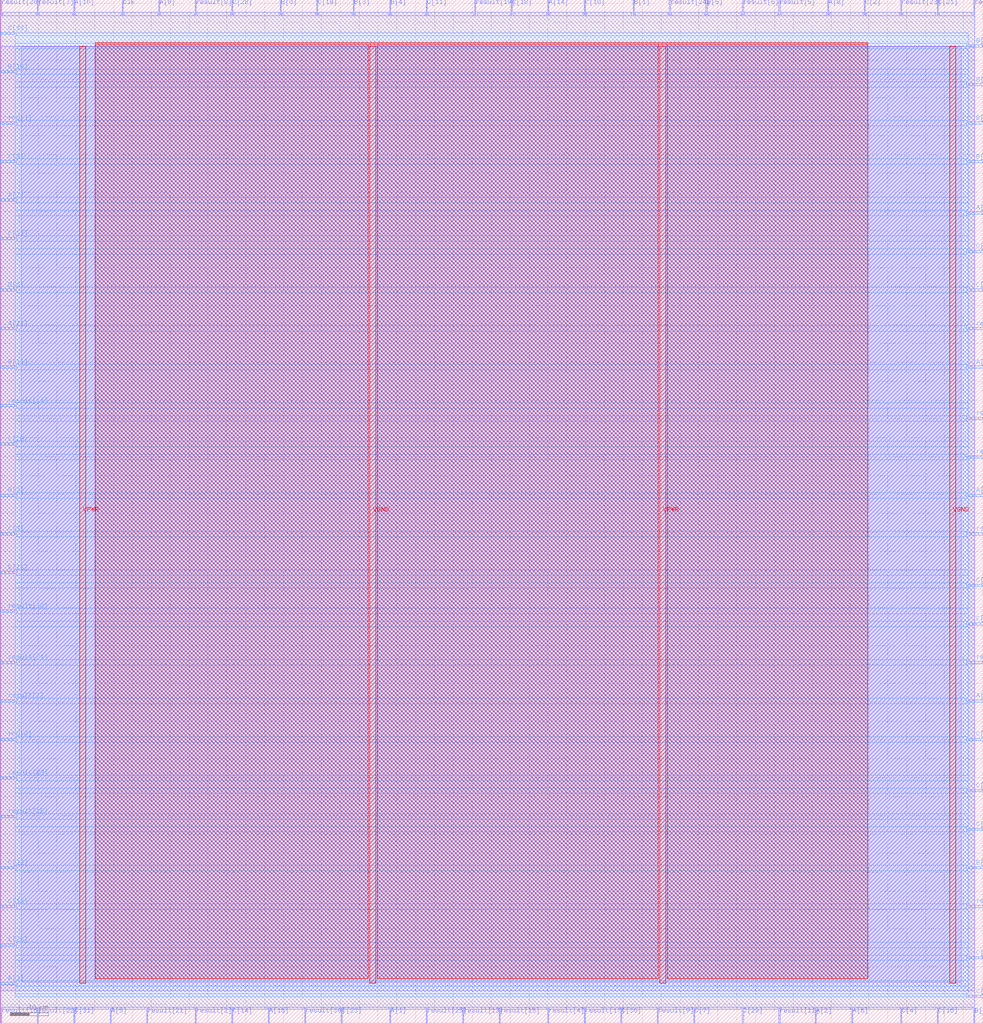
<source format=lef>
VERSION 5.7 ;
  NOWIREEXTENSIONATPIN ON ;
  DIVIDERCHAR "/" ;
  BUSBITCHARS "[]" ;
MACRO FFPMAC
  CLASS BLOCK ;
  FOREIGN FFPMAC ;
  ORIGIN 0.000 0.000 ;
  SIZE 260.260 BY 270.980 ;
  PIN A[0]
    DIRECTION INPUT ;
    USE SIGNAL ;
    PORT
      LAYER met2 ;
        RECT 41.950 266.980 42.230 270.980 ;
    END
  END A[0]
  PIN A[10]
    DIRECTION INPUT ;
    USE SIGNAL ;
    PORT
      LAYER met2 ;
        RECT 19.410 266.980 19.690 270.980 ;
    END
  END A[10]
  PIN A[11]
    DIRECTION INPUT ;
    USE SIGNAL ;
    PORT
      LAYER met3 ;
        RECT 0.000 183.640 4.000 184.240 ;
    END
  END A[11]
  PIN A[12]
    DIRECTION INPUT ;
    USE SIGNAL ;
    PORT
      LAYER met3 ;
        RECT 256.260 85.040 260.260 85.640 ;
    END
  END A[12]
  PIN A[13]
    DIRECTION INPUT ;
    USE SIGNAL ;
    PORT
      LAYER met3 ;
        RECT 256.260 173.440 260.260 174.040 ;
    END
  END A[13]
  PIN A[14]
    DIRECTION INPUT ;
    USE SIGNAL ;
    PORT
      LAYER met2 ;
        RECT 144.990 266.980 145.270 270.980 ;
    END
  END A[14]
  PIN A[15]
    DIRECTION INPUT ;
    USE SIGNAL ;
    PORT
      LAYER met2 ;
        RECT 70.930 0.000 71.210 4.000 ;
    END
  END A[15]
  PIN A[1]
    DIRECTION INPUT ;
    USE SIGNAL ;
    PORT
      LAYER met2 ;
        RECT 103.130 0.000 103.410 4.000 ;
    END
  END A[1]
  PIN A[2]
    DIRECTION INPUT ;
    USE SIGNAL ;
    PORT
      LAYER met2 ;
        RECT 215.830 0.000 216.110 4.000 ;
    END
  END A[2]
  PIN A[3]
    DIRECTION INPUT ;
    USE SIGNAL ;
    PORT
      LAYER met3 ;
        RECT 0.000 10.240 4.000 10.840 ;
    END
  END A[3]
  PIN A[4]
    DIRECTION INPUT ;
    USE SIGNAL ;
    PORT
      LAYER met3 ;
        RECT 256.260 214.240 260.260 214.840 ;
    END
  END A[4]
  PIN A[5]
    DIRECTION INPUT ;
    USE SIGNAL ;
    PORT
      LAYER met2 ;
        RECT 29.070 0.000 29.350 4.000 ;
    END
  END A[5]
  PIN A[6]
    DIRECTION INPUT ;
    USE SIGNAL ;
    PORT
      LAYER met2 ;
        RECT 225.490 0.000 225.770 4.000 ;
    END
  END A[6]
  PIN A[7]
    DIRECTION INPUT ;
    USE SIGNAL ;
    PORT
      LAYER met3 ;
        RECT 0.000 217.640 4.000 218.240 ;
    END
  END A[7]
  PIN A[8]
    DIRECTION INPUT ;
    USE SIGNAL ;
    PORT
      LAYER met2 ;
        RECT 219.050 266.980 219.330 270.980 ;
    END
  END A[8]
  PIN A[9]
    DIRECTION INPUT ;
    USE SIGNAL ;
    PORT
      LAYER met3 ;
        RECT 256.260 139.440 260.260 140.040 ;
    END
  END A[9]
  PIN B[0]
    DIRECTION INPUT ;
    USE SIGNAL ;
    PORT
      LAYER met2 ;
        RECT 74.150 266.980 74.430 270.980 ;
    END
  END B[0]
  PIN B[10]
    DIRECTION INPUT ;
    USE SIGNAL ;
    PORT
      LAYER met3 ;
        RECT 0.000 251.640 4.000 252.240 ;
    END
  END B[10]
  PIN B[11]
    DIRECTION INPUT ;
    USE SIGNAL ;
    PORT
      LAYER met3 ;
        RECT 0.000 173.440 4.000 174.040 ;
    END
  END B[11]
  PIN B[12]
    DIRECTION INPUT ;
    USE SIGNAL ;
    PORT
      LAYER met2 ;
        RECT 257.690 0.000 257.970 4.000 ;
    END
  END B[12]
  PIN B[13]
    DIRECTION INPUT ;
    USE SIGNAL ;
    PORT
      LAYER met3 ;
        RECT 0.000 119.040 4.000 119.640 ;
    END
  END B[13]
  PIN B[14]
    DIRECTION INPUT ;
    USE SIGNAL ;
    PORT
      LAYER met3 ;
        RECT 256.260 238.040 260.260 238.640 ;
    END
  END B[14]
  PIN B[15]
    DIRECTION INPUT ;
    USE SIGNAL ;
    PORT
      LAYER met3 ;
        RECT 256.260 40.840 260.260 41.440 ;
    END
  END B[15]
  PIN B[1]
    DIRECTION INPUT ;
    USE SIGNAL ;
    PORT
      LAYER met2 ;
        RECT 167.530 266.980 167.810 270.980 ;
    END
  END B[1]
  PIN B[2]
    DIRECTION INPUT ;
    USE SIGNAL ;
    PORT
      LAYER met3 ;
        RECT 0.000 139.440 4.000 140.040 ;
    END
  END B[2]
  PIN B[3]
    DIRECTION INPUT ;
    USE SIGNAL ;
    PORT
      LAYER met2 ;
        RECT 93.470 266.980 93.750 270.980 ;
    END
  END B[3]
  PIN B[4]
    DIRECTION INPUT ;
    USE SIGNAL ;
    PORT
      LAYER met2 ;
        RECT 103.130 266.980 103.410 270.980 ;
    END
  END B[4]
  PIN B[5]
    DIRECTION INPUT ;
    USE SIGNAL ;
    PORT
      LAYER met2 ;
        RECT 186.850 266.980 187.130 270.980 ;
    END
  END B[5]
  PIN B[6]
    DIRECTION INPUT ;
    USE SIGNAL ;
    PORT
      LAYER met3 ;
        RECT 0.000 193.840 4.000 194.440 ;
    END
  END B[6]
  PIN B[7]
    DIRECTION INPUT ;
    USE SIGNAL ;
    PORT
      LAYER met3 ;
        RECT 256.260 258.440 260.260 259.040 ;
    END
  END B[7]
  PIN B[8]
    DIRECTION INPUT ;
    USE SIGNAL ;
    PORT
      LAYER met3 ;
        RECT 256.260 227.840 260.260 228.440 ;
    END
  END B[8]
  PIN B[9]
    DIRECTION INPUT ;
    USE SIGNAL ;
    PORT
      LAYER met3 ;
        RECT 256.260 248.240 260.260 248.840 ;
    END
  END B[9]
  PIN C[0]
    DIRECTION INPUT ;
    USE SIGNAL ;
    PORT
      LAYER met3 ;
        RECT 256.260 61.240 260.260 61.840 ;
    END
  END C[0]
  PIN C[10]
    DIRECTION INPUT ;
    USE SIGNAL ;
    PORT
      LAYER met2 ;
        RECT 154.650 266.980 154.930 270.980 ;
    END
  END C[10]
  PIN C[11]
    DIRECTION INPUT ;
    USE SIGNAL ;
    PORT
      LAYER met2 ;
        RECT 112.790 266.980 113.070 270.980 ;
    END
  END C[11]
  PIN C[12]
    DIRECTION INPUT ;
    USE SIGNAL ;
    PORT
      LAYER met3 ;
        RECT 0.000 30.640 4.000 31.240 ;
    END
  END C[12]
  PIN C[13]
    DIRECTION INPUT ;
    USE SIGNAL ;
    PORT
      LAYER met3 ;
        RECT 0.000 261.840 4.000 262.440 ;
    END
  END C[13]
  PIN C[14]
    DIRECTION INPUT ;
    USE SIGNAL ;
    PORT
      LAYER met2 ;
        RECT 61.270 0.000 61.550 4.000 ;
    END
  END C[14]
  PIN C[15]
    DIRECTION INPUT ;
    USE SIGNAL ;
    PORT
      LAYER met3 ;
        RECT 256.260 193.840 260.260 194.440 ;
    END
  END C[15]
  PIN C[16]
    DIRECTION INPUT ;
    USE SIGNAL ;
    PORT
      LAYER met2 ;
        RECT 248.030 0.000 248.310 4.000 ;
    END
  END C[16]
  PIN C[17]
    DIRECTION INPUT ;
    USE SIGNAL ;
    PORT
      LAYER met3 ;
        RECT 256.260 105.440 260.260 106.040 ;
    END
  END C[17]
  PIN C[18]
    DIRECTION INPUT ;
    USE SIGNAL ;
    PORT
      LAYER met2 ;
        RECT 135.330 266.980 135.610 270.980 ;
    END
  END C[18]
  PIN C[19]
    DIRECTION INPUT ;
    USE SIGNAL ;
    PORT
      LAYER met2 ;
        RECT 83.810 266.980 84.090 270.980 ;
    END
  END C[19]
  PIN C[1]
    DIRECTION INPUT ;
    USE SIGNAL ;
    PORT
      LAYER met3 ;
        RECT 256.260 6.840 260.260 7.440 ;
    END
  END C[1]
  PIN C[20]
    DIRECTION INPUT ;
    USE SIGNAL ;
    PORT
      LAYER met3 ;
        RECT 256.260 204.040 260.260 204.640 ;
    END
  END C[20]
  PIN C[21]
    DIRECTION INPUT ;
    USE SIGNAL ;
    PORT
      LAYER met2 ;
        RECT 248.030 266.980 248.310 270.980 ;
    END
  END C[21]
  PIN C[22]
    DIRECTION INPUT ;
    USE SIGNAL ;
    PORT
      LAYER met3 ;
        RECT 0.000 40.840 4.000 41.440 ;
    END
  END C[22]
  PIN C[23]
    DIRECTION INPUT ;
    USE SIGNAL ;
    PORT
      LAYER met2 ;
        RECT 90.250 0.000 90.530 4.000 ;
    END
  END C[23]
  PIN C[24]
    DIRECTION INPUT ;
    USE SIGNAL ;
    PORT
      LAYER met3 ;
        RECT 256.260 51.040 260.260 51.640 ;
    END
  END C[24]
  PIN C[25]
    DIRECTION INPUT ;
    USE SIGNAL ;
    PORT
      LAYER met3 ;
        RECT 0.000 153.040 4.000 153.640 ;
    END
  END C[25]
  PIN C[26]
    DIRECTION INPUT ;
    USE SIGNAL ;
    PORT
      LAYER met3 ;
        RECT 0.000 20.440 4.000 21.040 ;
    END
  END C[26]
  PIN C[27]
    DIRECTION INPUT ;
    USE SIGNAL ;
    PORT
      LAYER met3 ;
        RECT 0.000 207.440 4.000 208.040 ;
    END
  END C[27]
  PIN C[28]
    DIRECTION INPUT ;
    USE SIGNAL ;
    PORT
      LAYER met2 ;
        RECT 61.270 266.980 61.550 270.980 ;
    END
  END C[28]
  PIN C[29]
    DIRECTION INPUT ;
    USE SIGNAL ;
    PORT
      LAYER met2 ;
        RECT 196.510 0.000 196.790 4.000 ;
    END
  END C[29]
  PIN C[2]
    DIRECTION INPUT ;
    USE SIGNAL ;
    PORT
      LAYER met2 ;
        RECT 228.710 266.980 228.990 270.980 ;
    END
  END C[2]
  PIN C[30]
    DIRECTION INPUT ;
    USE SIGNAL ;
    PORT
      LAYER met2 ;
        RECT 164.310 0.000 164.590 4.000 ;
    END
  END C[30]
  PIN C[31]
    DIRECTION INPUT ;
    USE SIGNAL ;
    PORT
      LAYER met2 ;
        RECT 19.410 0.000 19.690 4.000 ;
    END
  END C[31]
  PIN C[3]
    DIRECTION INPUT ;
    USE SIGNAL ;
    PORT
      LAYER met3 ;
        RECT 0.000 129.240 4.000 129.840 ;
    END
  END C[3]
  PIN C[4]
    DIRECTION INPUT ;
    USE SIGNAL ;
    PORT
      LAYER met2 ;
        RECT 238.370 0.000 238.650 4.000 ;
    END
  END C[4]
  PIN C[5]
    DIRECTION INPUT ;
    USE SIGNAL ;
    PORT
      LAYER met3 ;
        RECT 256.260 115.640 260.260 116.240 ;
    END
  END C[5]
  PIN C[6]
    DIRECTION INPUT ;
    USE SIGNAL ;
    PORT
      LAYER met3 ;
        RECT 256.260 74.840 260.260 75.440 ;
    END
  END C[6]
  PIN C[7]
    DIRECTION INPUT ;
    USE SIGNAL ;
    PORT
      LAYER met2 ;
        RECT 183.630 0.000 183.910 4.000 ;
    END
  END C[7]
  PIN C[8]
    DIRECTION INPUT ;
    USE SIGNAL ;
    PORT
      LAYER met3 ;
        RECT 0.000 227.840 4.000 228.440 ;
    END
  END C[8]
  PIN C[9]
    DIRECTION INPUT ;
    USE SIGNAL ;
    PORT
      LAYER met3 ;
        RECT 256.260 17.040 260.260 17.640 ;
    END
  END C[9]
  PIN VGND
    DIRECTION INOUT ;
    USE GROUND ;
    PORT
      LAYER met4 ;
        RECT 97.840 10.640 99.440 258.640 ;
    END
    PORT
      LAYER met4 ;
        RECT 251.440 10.640 253.040 258.640 ;
    END
  END VGND
  PIN VPWR
    DIRECTION INOUT ;
    USE POWER ;
    PORT
      LAYER met4 ;
        RECT 21.040 10.640 22.640 258.640 ;
    END
    PORT
      LAYER met4 ;
        RECT 174.640 10.640 176.240 258.640 ;
    END
  END VPWR
  PIN clk
    DIRECTION INPUT ;
    USE SIGNAL ;
    PORT
      LAYER met2 ;
        RECT 32.290 266.980 32.570 270.980 ;
    END
  END clk
  PIN result[0]
    DIRECTION OUTPUT TRISTATE ;
    USE SIGNAL ;
    PORT
      LAYER met3 ;
        RECT 256.260 95.240 260.260 95.840 ;
    END
  END result[0]
  PIN result[10]
    DIRECTION OUTPUT TRISTATE ;
    USE SIGNAL ;
    PORT
      LAYER met3 ;
        RECT 0.000 108.840 4.000 109.440 ;
    END
  END result[10]
  PIN result[11]
    DIRECTION OUTPUT TRISTATE ;
    USE SIGNAL ;
    PORT
      LAYER met2 ;
        RECT 206.170 0.000 206.450 4.000 ;
    END
  END result[11]
  PIN result[12]
    DIRECTION OUTPUT TRISTATE ;
    USE SIGNAL ;
    PORT
      LAYER met3 ;
        RECT 256.260 183.640 260.260 184.240 ;
    END
  END result[12]
  PIN result[13]
    DIRECTION OUTPUT TRISTATE ;
    USE SIGNAL ;
    PORT
      LAYER met2 ;
        RECT 122.450 0.000 122.730 4.000 ;
    END
  END result[13]
  PIN result[14]
    DIRECTION OUTPUT TRISTATE ;
    USE SIGNAL ;
    PORT
      LAYER met3 ;
        RECT 0.000 163.240 4.000 163.840 ;
    END
  END result[14]
  PIN result[15]
    DIRECTION OUTPUT TRISTATE ;
    USE SIGNAL ;
    PORT
      LAYER met2 ;
        RECT 132.110 0.000 132.390 4.000 ;
    END
  END result[15]
  PIN result[16]
    DIRECTION OUTPUT TRISTATE ;
    USE SIGNAL ;
    PORT
      LAYER met2 ;
        RECT 0.090 0.000 0.370 4.000 ;
    END
  END result[16]
  PIN result[17]
    DIRECTION OUTPUT TRISTATE ;
    USE SIGNAL ;
    PORT
      LAYER met2 ;
        RECT 154.650 0.000 154.930 4.000 ;
    END
  END result[17]
  PIN result[18]
    DIRECTION OUTPUT TRISTATE ;
    USE SIGNAL ;
    PORT
      LAYER met3 ;
        RECT 0.000 54.440 4.000 55.040 ;
    END
  END result[18]
  PIN result[19]
    DIRECTION OUTPUT TRISTATE ;
    USE SIGNAL ;
    PORT
      LAYER met2 ;
        RECT 125.670 266.980 125.950 270.980 ;
    END
  END result[19]
  PIN result[1]
    DIRECTION OUTPUT TRISTATE ;
    USE SIGNAL ;
    PORT
      LAYER met3 ;
        RECT 0.000 85.040 4.000 85.640 ;
    END
  END result[1]
  PIN result[20]
    DIRECTION OUTPUT TRISTATE ;
    USE SIGNAL ;
    PORT
      LAYER met2 ;
        RECT 0.090 266.980 0.370 270.980 ;
    END
  END result[20]
  PIN result[21]
    DIRECTION OUTPUT TRISTATE ;
    USE SIGNAL ;
    PORT
      LAYER met2 ;
        RECT 38.730 0.000 39.010 4.000 ;
    END
  END result[21]
  PIN result[22]
    DIRECTION OUTPUT TRISTATE ;
    USE SIGNAL ;
    PORT
      LAYER met2 ;
        RECT 9.750 0.000 10.030 4.000 ;
    END
  END result[22]
  PIN result[23]
    DIRECTION OUTPUT TRISTATE ;
    USE SIGNAL ;
    PORT
      LAYER met2 ;
        RECT 238.370 266.980 238.650 270.980 ;
    END
  END result[23]
  PIN result[24]
    DIRECTION OUTPUT TRISTATE ;
    USE SIGNAL ;
    PORT
      LAYER met2 ;
        RECT 177.190 266.980 177.470 270.980 ;
    END
  END result[24]
  PIN result[25]
    DIRECTION OUTPUT TRISTATE ;
    USE SIGNAL ;
    PORT
      LAYER met2 ;
        RECT 112.790 0.000 113.070 4.000 ;
    END
  END result[25]
  PIN result[26]
    DIRECTION OUTPUT TRISTATE ;
    USE SIGNAL ;
    PORT
      LAYER met2 ;
        RECT 257.690 266.980 257.970 270.980 ;
    END
  END result[26]
  PIN result[27]
    DIRECTION OUTPUT TRISTATE ;
    USE SIGNAL ;
    PORT
      LAYER met3 ;
        RECT 256.260 30.640 260.260 31.240 ;
    END
  END result[27]
  PIN result[28]
    DIRECTION OUTPUT TRISTATE ;
    USE SIGNAL ;
    PORT
      LAYER met3 ;
        RECT 0.000 64.640 4.000 65.240 ;
    END
  END result[28]
  PIN result[29]
    DIRECTION OUTPUT TRISTATE ;
    USE SIGNAL ;
    PORT
      LAYER met3 ;
        RECT 256.260 149.640 260.260 150.240 ;
    END
  END result[29]
  PIN result[2]
    DIRECTION OUTPUT TRISTATE ;
    USE SIGNAL ;
    PORT
      LAYER met2 ;
        RECT 51.610 0.000 51.890 4.000 ;
    END
  END result[2]
  PIN result[30]
    DIRECTION OUTPUT TRISTATE ;
    USE SIGNAL ;
    PORT
      LAYER met2 ;
        RECT 80.590 0.000 80.870 4.000 ;
    END
  END result[30]
  PIN result[31]
    DIRECTION OUTPUT TRISTATE ;
    USE SIGNAL ;
    PORT
      LAYER met3 ;
        RECT 0.000 95.240 4.000 95.840 ;
    END
  END result[31]
  PIN result[3]
    DIRECTION OUTPUT TRISTATE ;
    USE SIGNAL ;
    PORT
      LAYER met3 ;
        RECT 256.260 159.840 260.260 160.440 ;
    END
  END result[3]
  PIN result[4]
    DIRECTION OUTPUT TRISTATE ;
    USE SIGNAL ;
    PORT
      LAYER met2 ;
        RECT 144.990 0.000 145.270 4.000 ;
    END
  END result[4]
  PIN result[5]
    DIRECTION OUTPUT TRISTATE ;
    USE SIGNAL ;
    PORT
      LAYER met2 ;
        RECT 206.170 266.980 206.450 270.980 ;
    END
  END result[5]
  PIN result[6]
    DIRECTION OUTPUT TRISTATE ;
    USE SIGNAL ;
    PORT
      LAYER met2 ;
        RECT 196.510 266.980 196.790 270.980 ;
    END
  END result[6]
  PIN result[7]
    DIRECTION OUTPUT TRISTATE ;
    USE SIGNAL ;
    PORT
      LAYER met2 ;
        RECT 9.750 266.980 10.030 270.980 ;
    END
  END result[7]
  PIN result[8]
    DIRECTION OUTPUT TRISTATE ;
    USE SIGNAL ;
    PORT
      LAYER met2 ;
        RECT 51.610 266.980 51.890 270.980 ;
    END
  END result[8]
  PIN result[9]
    DIRECTION OUTPUT TRISTATE ;
    USE SIGNAL ;
    PORT
      LAYER met2 ;
        RECT 173.970 0.000 174.250 4.000 ;
    END
  END result[9]
  PIN rnd[0]
    DIRECTION INPUT ;
    USE SIGNAL ;
    PORT
      LAYER met3 ;
        RECT 0.000 74.840 4.000 75.440 ;
    END
  END rnd[0]
  PIN rnd[1]
    DIRECTION INPUT ;
    USE SIGNAL ;
    PORT
      LAYER met3 ;
        RECT 0.000 238.040 4.000 238.640 ;
    END
  END rnd[1]
  PIN rst
    DIRECTION INPUT ;
    USE SIGNAL ;
    PORT
      LAYER met3 ;
        RECT 256.260 129.240 260.260 129.840 ;
    END
  END rst
  OBS
      LAYER li1 ;
        RECT 5.520 10.795 254.380 258.485 ;
      LAYER met1 ;
        RECT 0.070 8.540 257.990 258.640 ;
      LAYER met2 ;
        RECT 0.650 266.700 9.470 267.650 ;
        RECT 10.310 266.700 19.130 267.650 ;
        RECT 19.970 266.700 32.010 267.650 ;
        RECT 32.850 266.700 41.670 267.650 ;
        RECT 42.510 266.700 51.330 267.650 ;
        RECT 52.170 266.700 60.990 267.650 ;
        RECT 61.830 266.700 73.870 267.650 ;
        RECT 74.710 266.700 83.530 267.650 ;
        RECT 84.370 266.700 93.190 267.650 ;
        RECT 94.030 266.700 102.850 267.650 ;
        RECT 103.690 266.700 112.510 267.650 ;
        RECT 113.350 266.700 125.390 267.650 ;
        RECT 126.230 266.700 135.050 267.650 ;
        RECT 135.890 266.700 144.710 267.650 ;
        RECT 145.550 266.700 154.370 267.650 ;
        RECT 155.210 266.700 167.250 267.650 ;
        RECT 168.090 266.700 176.910 267.650 ;
        RECT 177.750 266.700 186.570 267.650 ;
        RECT 187.410 266.700 196.230 267.650 ;
        RECT 197.070 266.700 205.890 267.650 ;
        RECT 206.730 266.700 218.770 267.650 ;
        RECT 219.610 266.700 228.430 267.650 ;
        RECT 229.270 266.700 238.090 267.650 ;
        RECT 238.930 266.700 247.750 267.650 ;
        RECT 248.590 266.700 257.410 267.650 ;
        RECT 0.100 4.280 257.960 266.700 ;
        RECT 0.650 3.670 9.470 4.280 ;
        RECT 10.310 3.670 19.130 4.280 ;
        RECT 19.970 3.670 28.790 4.280 ;
        RECT 29.630 3.670 38.450 4.280 ;
        RECT 39.290 3.670 51.330 4.280 ;
        RECT 52.170 3.670 60.990 4.280 ;
        RECT 61.830 3.670 70.650 4.280 ;
        RECT 71.490 3.670 80.310 4.280 ;
        RECT 81.150 3.670 89.970 4.280 ;
        RECT 90.810 3.670 102.850 4.280 ;
        RECT 103.690 3.670 112.510 4.280 ;
        RECT 113.350 3.670 122.170 4.280 ;
        RECT 123.010 3.670 131.830 4.280 ;
        RECT 132.670 3.670 144.710 4.280 ;
        RECT 145.550 3.670 154.370 4.280 ;
        RECT 155.210 3.670 164.030 4.280 ;
        RECT 164.870 3.670 173.690 4.280 ;
        RECT 174.530 3.670 183.350 4.280 ;
        RECT 184.190 3.670 196.230 4.280 ;
        RECT 197.070 3.670 205.890 4.280 ;
        RECT 206.730 3.670 215.550 4.280 ;
        RECT 216.390 3.670 225.210 4.280 ;
        RECT 226.050 3.670 238.090 4.280 ;
        RECT 238.930 3.670 247.750 4.280 ;
        RECT 248.590 3.670 257.410 4.280 ;
      LAYER met3 ;
        RECT 4.400 261.440 256.260 262.305 ;
        RECT 4.000 259.440 256.260 261.440 ;
        RECT 4.000 258.040 255.860 259.440 ;
        RECT 4.000 252.640 256.260 258.040 ;
        RECT 4.400 251.240 256.260 252.640 ;
        RECT 4.000 249.240 256.260 251.240 ;
        RECT 4.000 247.840 255.860 249.240 ;
        RECT 4.000 239.040 256.260 247.840 ;
        RECT 4.400 237.640 255.860 239.040 ;
        RECT 4.000 228.840 256.260 237.640 ;
        RECT 4.400 227.440 255.860 228.840 ;
        RECT 4.000 218.640 256.260 227.440 ;
        RECT 4.400 217.240 256.260 218.640 ;
        RECT 4.000 215.240 256.260 217.240 ;
        RECT 4.000 213.840 255.860 215.240 ;
        RECT 4.000 208.440 256.260 213.840 ;
        RECT 4.400 207.040 256.260 208.440 ;
        RECT 4.000 205.040 256.260 207.040 ;
        RECT 4.000 203.640 255.860 205.040 ;
        RECT 4.000 194.840 256.260 203.640 ;
        RECT 4.400 193.440 255.860 194.840 ;
        RECT 4.000 184.640 256.260 193.440 ;
        RECT 4.400 183.240 255.860 184.640 ;
        RECT 4.000 174.440 256.260 183.240 ;
        RECT 4.400 173.040 255.860 174.440 ;
        RECT 4.000 164.240 256.260 173.040 ;
        RECT 4.400 162.840 256.260 164.240 ;
        RECT 4.000 160.840 256.260 162.840 ;
        RECT 4.000 159.440 255.860 160.840 ;
        RECT 4.000 154.040 256.260 159.440 ;
        RECT 4.400 152.640 256.260 154.040 ;
        RECT 4.000 150.640 256.260 152.640 ;
        RECT 4.000 149.240 255.860 150.640 ;
        RECT 4.000 140.440 256.260 149.240 ;
        RECT 4.400 139.040 255.860 140.440 ;
        RECT 4.000 130.240 256.260 139.040 ;
        RECT 4.400 128.840 255.860 130.240 ;
        RECT 4.000 120.040 256.260 128.840 ;
        RECT 4.400 118.640 256.260 120.040 ;
        RECT 4.000 116.640 256.260 118.640 ;
        RECT 4.000 115.240 255.860 116.640 ;
        RECT 4.000 109.840 256.260 115.240 ;
        RECT 4.400 108.440 256.260 109.840 ;
        RECT 4.000 106.440 256.260 108.440 ;
        RECT 4.000 105.040 255.860 106.440 ;
        RECT 4.000 96.240 256.260 105.040 ;
        RECT 4.400 94.840 255.860 96.240 ;
        RECT 4.000 86.040 256.260 94.840 ;
        RECT 4.400 84.640 255.860 86.040 ;
        RECT 4.000 75.840 256.260 84.640 ;
        RECT 4.400 74.440 255.860 75.840 ;
        RECT 4.000 65.640 256.260 74.440 ;
        RECT 4.400 64.240 256.260 65.640 ;
        RECT 4.000 62.240 256.260 64.240 ;
        RECT 4.000 60.840 255.860 62.240 ;
        RECT 4.000 55.440 256.260 60.840 ;
        RECT 4.400 54.040 256.260 55.440 ;
        RECT 4.000 52.040 256.260 54.040 ;
        RECT 4.000 50.640 255.860 52.040 ;
        RECT 4.000 41.840 256.260 50.640 ;
        RECT 4.400 40.440 255.860 41.840 ;
        RECT 4.000 31.640 256.260 40.440 ;
        RECT 4.400 30.240 255.860 31.640 ;
        RECT 4.000 21.440 256.260 30.240 ;
        RECT 4.400 20.040 256.260 21.440 ;
        RECT 4.000 18.040 256.260 20.040 ;
        RECT 4.000 16.640 255.860 18.040 ;
        RECT 4.000 11.240 256.260 16.640 ;
        RECT 4.400 9.840 256.260 11.240 ;
        RECT 4.000 7.840 256.260 9.840 ;
        RECT 4.000 6.975 255.860 7.840 ;
      LAYER met4 ;
        RECT 25.135 259.040 229.705 259.585 ;
        RECT 25.135 11.735 97.440 259.040 ;
        RECT 99.840 11.735 174.240 259.040 ;
        RECT 176.640 11.735 229.705 259.040 ;
  END
END FFPMAC
END LIBRARY


</source>
